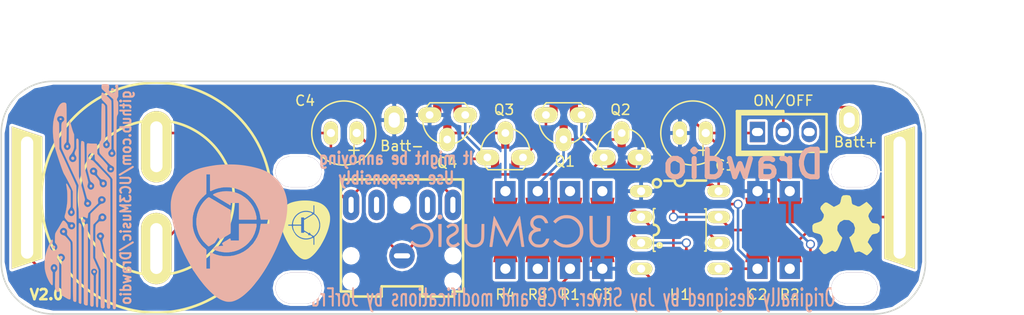
<source format=kicad_pcb>
(kicad_pcb (version 4) (host pcbnew 4.0.2+dfsg1-stable)
  (layers (0 F.Cu signal) (31 B.Cu signal) (34 B.Paste user) (35 F.Paste user) (36 B.SilkS user hide) (37 F.SilkS user) (38 B.Mask user) (39 F.Mask user) (44 Edge.Cuts user))
  (net 0 "")
  (net 1 GND)
  (net 2 VCC)
  (net 3 "Net-(C4-Pad2)")
  (net 4 "Net-(C4-Pad1)")
  (net 5 "Net-(P1-Pad1)")
  (net 6 "Net-(Q1-Pad2)")
  (net 7 /pin7)
  (net 8 /pin3)
  (net 9 "Net-(Q3-Pad2)")
  (net 10 "Net-(BT1-Pad1)")
  (net 11 "Net-(J1-Pad1)")
  (net 12 "Net-(C2-Pad1)")
  (net 13 /pin6)
  (module uc3music_logos:logo_text_76x13mm (layer B.Cu) (at 100.7745 90.4875 180)
    (fp_text reference G*** hide)
    (fp_text value LOGO hide)
  )
  (module drawdio:ZipTieHole (layer F.Cu) (at 79.756 84.455)
    (fp_text reference REF** hide)
    (fp_text value ZipTieHole)
    (pad 1 thru_hole oval (at 0 0) (size 4.5 3) (drill oval 4.5 3) (layers *.Cu *.Mask))
  )
  (module drawdio:ZipTieHole (layer F.Cu) (at 79.756 95.885)
    (fp_text reference REF** hide)
    (fp_text value ZipTieHole)
    (pad 1 thru_hole oval (at 0 0) (size 4.5 3) (drill oval 4.5 3) (layers *.Cu *.Mask))
  )
  (module drawdio:ZipTieHole (layer F.Cu) (at 134.366 84.455)
    (fp_text reference REF** hide)
    (fp_text value ZipTieHole)
    (pad 1 thru_hole oval (at 0 0) (size 4.5 3) (drill oval 4.5 3) (layers *.Cu *.Mask))
  )
  (module drawdio:RS_mini_speaker_724-3100 (layer F.Cu) (at 65.786 86.995 90)
    (fp_text reference P4 hide)
    (fp_text value SPK)
    (pad 1 thru_hole oval (at 5 0 90) (size 7 3) (drill oval 5 1.2) (layers *.Cu *.Mask F.SilkS) (net 3 "Net-(C4-Pad2)"))
    (pad 2 thru_hole oval (at -5 0 90) (size 7 3) (drill oval 5 1.2) (layers *.Cu *.Mask F.SilkS) (net 11 "Net-(J1-Pad1)"))
  )
  (module drawdio:jack_barato (layer F.Cu) (at 89.916 92.71 90)
    (fp_text reference J1 hide)
    (fp_text value Jack)
    (pad "" np_thru_hole oval (at 5 0 90) (size 1.2 1.2) (drill 1.2) (layers *.Cu *.Mask))
    (pad "" np_thru_hole oval (at -2.5 -5 90) (size 1.2 1.2) (drill 1.2) (layers *.Cu *.Mask))
    (pad "" np_thru_hole oval (at -2.5 5 90) (size 1.2 1.2) (drill 1.2) (layers *.Cu *.Mask))
    (pad "" np_thru_hole oval (at 0 5 90) (size 1.2 1.2) (drill 1.2) (layers *.Cu *.Mask))
    (pad 1 thru_hole oval (at 0 0 90) (size 2.5 2.5) (drill oval 0.5 1.6) (layers *.Cu *.Mask) (net 11 "Net-(J1-Pad1)"))
    (pad "" np_thru_hole oval (at 0 -5 90) (size 1.2 1.2) (drill 1.2) (layers *.Cu *.Mask))
    (pad 6 thru_hole oval (at 5 -2.5 90) (size 3 1.6) (drill oval 1.6 0.5) (layers *.Cu *.Mask))
    (pad 3 thru_hole oval (at 5 -5 90) (size 3 1.6) (drill oval 1.6 0.5) (layers *.Cu *.Mask) (net 3 "Net-(C4-Pad2)"))
    (pad 2 thru_hole oval (at 5 5 90) (size 3 1.6) (drill oval 1.6 0.5) (layers *.Cu *.Mask) (net 3 "Net-(C4-Pad2)"))
    (pad 5 thru_hole oval (at 5 2.5 90) (size 3 1.6) (drill oval 1.6 0.5) (layers *.Cu *.Mask))
  )
  (module drawdio:Drawdio_conn (layer F.Cu) (at 138.811 86.995 90)
    (fp_text reference P2 hide)
    (fp_text value CON2)
    (pad 1 thru_hole trapezoid (at 0 0 90) (size 13 3) (rect_delta 0 1) (drill oval 12 1.2) (layers *.Cu *.Mask F.SilkS) (net 7 /pin7))
  )
  (module Capacitors_Elko_ThroughHole:Elko_vert_11.2x6.3mm_RM2.5 (layer F.Cu) (at 119.761 80.645 180)
    (fp_text reference C1 (at -1.905 -3.175 180) (layer F.SilkS))
    (fp_text value 470uF)
    (fp_line (start 0.26924 -1.69926) (end 0.76962 -1.69926) (layer F.Cu) (width 0.15))
    (fp_line (start 0.26924 -1.69926) (end 0.26924 -2.19964) (layer F.Cu) (width 0.15))
    (fp_line (start -0.23114 -1.69926) (end 0.26924 -1.69926) (layer F.Cu) (width 0.15))
    (fp_line (start 0.26924 -1.69926) (end 0.26924 -1.30048) (layer F.Cu) (width 0.15))
    (fp_line (start 0.26924 -1.30048) (end 0.26924 -1.19888) (layer F.Cu) (width 0.15))
    (pad 2 thru_hole oval (at 2.54 0 180) (size 1.397 2.3) (drill 0.8128) (layers *.Cu *.Mask F.SilkS) (net 1 GND))
    (pad 1 thru_hole oval (at 0 0 180) (size 1.397 2.3) (drill 0.8128) (layers *.Cu *.Mask F.SilkS) (net 2 VCC))
  )
  (module Capacitors_Elko_ThroughHole:Elko_vert_11.2x6.3mm_RM2.5 (layer F.Cu) (at 85.471 80.645 180)
    (fp_text reference C4 (at 5.08 3.175 180) (layer F.SilkS))
    (fp_text value 470uF)
    (fp_line (start 0.26924 -1.69926) (end 0.76962 -1.69926) (layer F.Cu) (width 0.15))
    (fp_line (start 0.26924 -1.69926) (end 0.26924 -2.19964) (layer F.Cu) (width 0.15))
    (fp_line (start -0.23114 -1.69926) (end 0.26924 -1.69926) (layer F.Cu) (width 0.15))
    (fp_line (start 0.26924 -1.69926) (end 0.26924 -1.30048) (layer F.Cu) (width 0.15))
    (fp_line (start 0.26924 -1.30048) (end 0.26924 -1.19888) (layer F.Cu) (width 0.15))
    (pad 2 thru_hole oval (at 2.54 0 180) (size 1.397 2.3) (drill 0.8128) (layers *.Cu *.Mask F.SilkS) (net 3 "Net-(C4-Pad2)"))
    (pad 1 thru_hole oval (at 0 0 180) (size 1.397 2.3) (drill 0.8128) (layers *.Cu *.Mask F.SilkS) (net 4 "Net-(C4-Pad1)"))
  )
  (module drawdio:Drawdio_conn (layer F.Cu) (at 53.086 86.995 270)
    (fp_text reference P1 hide)
    (fp_text value CON1)
    (pad 1 thru_hole trapezoid (at 0 0 270) (size 13 3) (rect_delta 0 1) (drill oval 12 1.2) (layers *.Cu *.Mask F.SilkS) (net 5 "Net-(P1-Pad1)"))
  )
  (module drawdio:Resistor_SMD+THT (layer F.Cu) (at 124.841 90.17 90)
    (fp_text reference C2 (at -6.35 0 180) (layer F.SilkS))
    (fp_text value 0.1uF)
    (pad 1 smd trapezoid (at -1.913 0 90) (size 2.5 1.99898) (rect_delta 0.39878 0) (layers F.Cu F.Paste F.Mask) (net 12 "Net-(C2-Pad1)"))
    (pad 2 smd trapezoid (at 1.913 0 270) (size 2.5 1.99898) (rect_delta 0.39878 0) (layers F.Cu F.Paste F.Mask) (net 1 GND))
    (pad 1 thru_hole rect (at -3.81 0 270) (size 1.99898 1.99898) (drill 1.00076) (layers *.Cu *.Mask) (net 12 "Net-(C2-Pad1)"))
    (pad 2 thru_hole rect (at 3.81 0 270) (size 1.99898 1.99898) (drill 1.00076) (layers *.Cu *.Mask) (net 1 GND))
  )
  (module drawdio:Resistor_SMD+THT (layer F.Cu) (at 109.601 90.17 270)
    (fp_text reference C3 (at 6.35 0 360) (layer F.SilkS))
    (fp_text value 680pF)
    (pad 1 smd trapezoid (at -1.913 0 270) (size 2.5 1.99898) (rect_delta 0.39878 0) (layers F.Cu F.Paste F.Mask) (net 13 /pin6))
    (pad 2 smd trapezoid (at 1.913 0 90) (size 2.5 1.99898) (rect_delta 0.39878 0) (layers F.Cu F.Paste F.Mask) (net 1 GND))
    (pad 1 thru_hole rect (at -3.81 0 90) (size 1.99898 1.99898) (drill 1.00076) (layers *.Cu *.Mask) (net 13 /pin6))
    (pad 2 thru_hole rect (at 3.81 0 90) (size 1.99898 1.99898) (drill 1.00076) (layers *.Cu *.Mask) (net 1 GND))
  )
  (module drawdio:Resistor_SMD+THT (layer F.Cu) (at 106.426 90.17 90)
    (fp_text reference R1 (at -6.35 0 180) (layer F.SilkS))
    (fp_text value 330K)
    (pad 1 smd trapezoid (at -1.913 0 90) (size 2.5 1.99898) (rect_delta 0.39878 0) (layers F.Cu F.Paste F.Mask) (net 5 "Net-(P1-Pad1)"))
    (pad 2 smd trapezoid (at 1.913 0 270) (size 2.5 1.99898) (rect_delta 0.39878 0) (layers F.Cu F.Paste F.Mask) (net 13 /pin6))
    (pad 1 thru_hole rect (at -3.81 0 270) (size 1.99898 1.99898) (drill 1.00076) (layers *.Cu *.Mask) (net 5 "Net-(P1-Pad1)"))
    (pad 2 thru_hole rect (at 3.81 0 270) (size 1.99898 1.99898) (drill 1.00076) (layers *.Cu *.Mask) (net 13 /pin6))
  )
  (module drawdio:Resistor_SMD+THT (layer F.Cu) (at 128.016 90.17 270)
    (fp_text reference R2 (at 6.35 0 360) (layer F.SilkS))
    (fp_text value 10K)
    (pad 1 smd trapezoid (at -1.913 0 270) (size 2.5 1.99898) (rect_delta 0.39878 0) (layers F.Cu F.Paste F.Mask) (net 2 VCC))
    (pad 2 smd trapezoid (at 1.913 0 90) (size 2.5 1.99898) (rect_delta 0.39878 0) (layers F.Cu F.Paste F.Mask) (net 7 /pin7))
    (pad 1 thru_hole rect (at -3.81 0 90) (size 1.99898 1.99898) (drill 1.00076) (layers *.Cu *.Mask) (net 2 VCC))
    (pad 2 thru_hole rect (at 3.81 0 90) (size 1.99898 1.99898) (drill 1.00076) (layers *.Cu *.Mask) (net 7 /pin7))
  )
  (module drawdio:Resistor_SMD+THT (layer F.Cu) (at 103.251 90.17 270)
    (fp_text reference R3 (at 6.35 0 360) (layer F.SilkS))
    (fp_text value 1K)
    (pad 1 smd trapezoid (at -1.913 0 270) (size 2.5 1.99898) (rect_delta 0.39878 0) (layers F.Cu F.Paste F.Mask) (net 6 "Net-(Q1-Pad2)"))
    (pad 2 smd trapezoid (at 1.913 0 90) (size 2.5 1.99898) (rect_delta 0.39878 0) (layers F.Cu F.Paste F.Mask) (net 8 /pin3))
    (pad 1 thru_hole rect (at -3.81 0 90) (size 1.99898 1.99898) (drill 1.00076) (layers *.Cu *.Mask) (net 6 "Net-(Q1-Pad2)"))
    (pad 2 thru_hole rect (at 3.81 0 90) (size 1.99898 1.99898) (drill 1.00076) (layers *.Cu *.Mask) (net 8 /pin3))
  )
  (module drawdio:Resistor_SMD+THT (layer F.Cu) (at 100.076 90.17 270)
    (fp_text reference R4 (at 6.35 0 360) (layer F.SilkS))
    (fp_text value 1K)
    (pad 1 smd trapezoid (at -1.913 0 270) (size 2.5 1.99898) (rect_delta 0.39878 0) (layers F.Cu F.Paste F.Mask) (net 9 "Net-(Q3-Pad2)"))
    (pad 2 smd trapezoid (at 1.913 0 90) (size 2.5 1.99898) (rect_delta 0.39878 0) (layers F.Cu F.Paste F.Mask) (net 11 "Net-(J1-Pad1)"))
    (pad 1 thru_hole rect (at -3.81 0 90) (size 1.99898 1.99898) (drill 1.00076) (layers *.Cu *.Mask) (net 9 "Net-(Q3-Pad2)"))
    (pad 2 thru_hole rect (at 3.81 0 90) (size 1.99898 1.99898) (drill 1.00076) (layers *.Cu *.Mask) (net 11 "Net-(J1-Pad1)"))
  )
  (module drawdio:AAA_cell_holder (layer F.Cu) (at 111.506 79.375)
    (fp_text reference BT1 hide)
    (fp_text value BATTERY)
    (fp_text user Batt+ (at 22.987 2.159) (layer F.SilkS))
    (fp_text user Batt- (at -21.59 2.54) (layer F.SilkS))
    (pad 1 thru_hole oval (at 22.35 0 90) (size 2.8 2) (drill oval 1.5 1.1) (layers *.Cu *.Mask F.SilkS) (net 10 "Net-(BT1-Pad1)"))
    (pad 2 thru_hole oval (at -22.35 0 90) (size 2.8 2) (drill oval 1.5 1.1) (layers *.Cu *.Mask F.SilkS) (net 1 GND))
  )
  (module "drawdio:PWR_SW_Drawdio_SS-12D00(1P2T)" (layer F.Cu) (at 127.381 80.645)
    (fp_text reference ON/OFF (at 0 -3.175) (layer F.SilkS))
    (fp_text value PWR_SW)
    (pad 1 thru_hole rect (at -2.54 -0.1) (size 1.5 2) (drill oval 1.1 0.8) (layers *.Cu *.Mask) (net 2 VCC))
    (pad 2 thru_hole oval (at 0 -0.1) (size 1.5 2) (drill oval 1.1 0.8) (layers *.Cu *.Mask) (net 10 "Net-(BT1-Pad1)"))
    (pad 3 thru_hole oval (at 2.54 -0.1) (size 1.5 2) (drill oval 1.1 0.8) (layers *.Cu *.Mask))
  )
  (module KiCad_Files:DIP8+SOIC8_2 (layer F.Cu) (at 117.221 90.17 90)
    (fp_text reference U1 (at -6.35 0 180) (layer F.SilkS))
    (fp_text value NE555)
    (pad 2 thru_hole oval (at 1.27 -3.81 90) (size 1.2 2.2) (drill 0.8) (layers *.Cu *.Mask F.SilkS) (net 13 /pin6))
    (pad 1 smd rect (at -2.7 -1.905 90) (size 1.55 0.6) (layers F.Cu F.Paste F.Mask) (net 1 GND))
    (pad 2 smd rect (at -2.7 -0.635 90) (size 1.55 0.6) (layers F.Cu F.Paste F.Mask) (net 13 /pin6))
    (pad 3 smd rect (at -2.7 0.635 90) (size 1.55 0.6) (layers F.Cu F.Paste F.Mask) (net 8 /pin3))
    (pad 4 smd rect (at -2.7 1.905 90) (size 1.55 0.6) (layers F.Cu F.Paste F.Mask) (net 2 VCC))
    (pad 5 smd rect (at 2.7 1.905 90) (size 1.55 0.6) (layers F.Cu F.Paste F.Mask) (net 12 "Net-(C2-Pad1)"))
    (pad 6 smd rect (at 2.7 0.635 90) (size 1.55 0.6) (layers F.Cu F.Paste F.Mask) (net 13 /pin6))
    (pad 7 smd rect (at 2.7 -0.635 90) (size 1.55 0.6) (layers F.Cu F.Paste F.Mask) (net 7 /pin7))
    (pad 8 smd rect (at 2.7 -1.905 90) (size 1.55 0.6) (layers F.Cu F.Paste F.Mask) (net 2 VCC))
    (pad 1 thru_hole oval (at 3.81 -3.81 90) (size 1.2 2.2) (drill 0.8) (layers *.Cu *.Mask F.SilkS) (net 1 GND))
    (pad 3 thru_hole oval (at -1.27 -3.81 90) (size 1.2 2.2) (drill 0.8) (layers *.Cu *.Mask F.SilkS) (net 8 /pin3))
    (pad 4 thru_hole oval (at -3.81 -3.81 90) (size 1.2 2.2) (drill 0.8) (layers *.Cu *.Mask F.SilkS) (net 2 VCC))
    (pad 5 thru_hole oval (at -3.81 3.81 90) (size 1.2 2.2) (drill 0.8) (layers *.Cu *.Mask F.SilkS) (net 12 "Net-(C2-Pad1)"))
    (pad 6 thru_hole oval (at -1.27 3.81 90) (size 1.2 2.2) (drill 0.8) (layers *.Cu *.Mask F.SilkS) (net 13 /pin6))
    (pad 7 thru_hole oval (at 1.27 3.81 90) (size 1.2 2.2) (drill 0.8) (layers *.Cu *.Mask F.SilkS) (net 7 /pin7))
    (pad 8 thru_hole oval (at 3.81 3.81 90) (size 1.2 2.2) (drill 0.8) (layers *.Cu *.Mask F.SilkS) (net 2 VCC))
  )
  (module Fiducials:Fiducial_1mm_Dia_2.54mm_Outer_CopperTop (layer F.Cu) (at 53.721 78.74)
    (fp_text reference SPK hide)
    (fp_text value LOGO)
  )
  (module drawdio:ZipTieHole (layer F.Cu) (at 134.366 95.885)
    (fp_text reference REF** hide)
    (fp_text value ZipTieHole)
    (pad 1 thru_hole oval (at 0 0) (size 4.5 3) (drill oval 4.5 3) (layers *.Cu *.Mask))
  )
  (module uc3music_logos:logo_pick_15x15mm (layer B.Cu) (at 72.9234 90.4748 180)
    (fp_text reference G*** hide)
    (fp_text value LOGO hide)
  )
  (module uc3music_logos:logo_pick_6x6mm (layer F.Cu) (at 80.391 90.17)
    (fp_text reference G*** hide)
    (fp_text value LOGO hide)
  )
  (module def-footprints:Logo_OSHW_small (layer F.Cu) (at 133.604 89.535)
    (fp_text reference G*** hide)
    (fp_text value OSHW-logo hide)
  )
  (module uc3music_logos:logo_guitar_22.5x7.7mm (layer B.Cu) (at 58.166 86.995 270)
    (fp_text reference G*** hide)
    (fp_text value LOGO hide)
  )
  (module drawdio:TO-92_SOT23_JorFru_compact (layer F.Cu) (at 95.631 79.375 180)
    (fp_text reference Q4 (at 1.27 -4.191 180) (layer F.SilkS))
    (fp_text value BC547)
    (pad 2 smd rect (at 1.26 -0.91 180) (size 0.8 1.1) (layers F.Cu F.Paste F.Mask) (net 9 "Net-(Q3-Pad2)"))
    (pad 1 smd rect (at 0.25 1.07 180) (size 0.8 1.1) (layers F.Cu F.Paste F.Mask) (net 4 "Net-(C4-Pad1)"))
    (pad 2 thru_hole oval (at 1.27 -1.905 270) (size 2.3 1.524) (drill 0.762) (layers *.Cu *.Mask F.SilkS) (net 9 "Net-(Q3-Pad2)"))
    (pad 1 thru_hole oval (at -0.5 0.5 180) (size 2.3 1.524) (drill 0.762) (layers *.Cu *.Mask F.SilkS) (net 4 "Net-(C4-Pad1)"))
    (pad 3 thru_hole oval (at 3 0.5 180) (size 2.3 1.524) (drill 0.762) (layers *.Cu *.Mask F.SilkS) (net 1 GND))
    (pad 3 smd rect (at 2.25 1.07 180) (size 0.8 1.1) (layers F.Cu F.Paste F.Mask) (net 1 GND))
  )
  (module drawdio:TO-92_SOT23_JorFru_compact (layer F.Cu) (at 98.806 82.55)
    (fp_text reference Q3 (at 1.143 -4.191) (layer F.SilkS))
    (fp_text value BC558)
    (pad 2 smd rect (at 1.26 -0.91) (size 0.8 1.1) (layers F.Cu F.Paste F.Mask) (net 9 "Net-(Q3-Pad2)"))
    (pad 1 smd rect (at 0.25 1.07) (size 0.8 1.1) (layers F.Cu F.Paste F.Mask) (net 4 "Net-(C4-Pad1)"))
    (pad 2 thru_hole oval (at 1.27 -1.905 90) (size 2.3 1.524) (drill 0.762) (layers *.Cu *.Mask F.SilkS) (net 9 "Net-(Q3-Pad2)"))
    (pad 1 thru_hole oval (at -0.5 0.5) (size 2.3 1.524) (drill 0.762) (layers *.Cu *.Mask F.SilkS) (net 4 "Net-(C4-Pad1)"))
    (pad 3 thru_hole oval (at 3 0.5) (size 2.3 1.524) (drill 0.762) (layers *.Cu *.Mask F.SilkS) (net 2 VCC))
    (pad 3 smd rect (at 2.25 1.07) (size 0.8 1.1) (layers F.Cu F.Paste F.Mask) (net 2 VCC))
  )
  (module drawdio:TO-92_SOT23_JorFru_compact (layer F.Cu) (at 110.236 82.55)
    (fp_text reference Q2 (at 1.143 -4.191) (layer F.SilkS))
    (fp_text value BC547)
    (pad 2 smd rect (at 1.26 -0.91) (size 0.8 1.1) (layers F.Cu F.Paste F.Mask) (net 6 "Net-(Q1-Pad2)"))
    (pad 1 smd rect (at 0.25 1.07) (size 0.8 1.1) (layers F.Cu F.Paste F.Mask) (net 11 "Net-(J1-Pad1)"))
    (pad 2 thru_hole oval (at 1.27 -1.905 90) (size 2.3 1.524) (drill 0.762) (layers *.Cu *.Mask F.SilkS) (net 6 "Net-(Q1-Pad2)"))
    (pad 1 thru_hole oval (at -0.5 0.5) (size 2.3 1.524) (drill 0.762) (layers *.Cu *.Mask F.SilkS) (net 11 "Net-(J1-Pad1)"))
    (pad 3 thru_hole oval (at 3 0.5) (size 2.3 1.524) (drill 0.762) (layers *.Cu *.Mask F.SilkS) (net 1 GND))
    (pad 3 smd rect (at 2.25 1.07) (size 0.8 1.1) (layers F.Cu F.Paste F.Mask) (net 1 GND))
  )
  (module drawdio:TO-92_SOT23_JorFru_compact (layer F.Cu) (at 107.061 79.375 180)
    (fp_text reference Q1 (at 1.143 -4.064 180) (layer F.SilkS))
    (fp_text value BC558)
    (pad 2 smd rect (at 1.26 -0.91 180) (size 0.8 1.1) (layers F.Cu F.Paste F.Mask) (net 6 "Net-(Q1-Pad2)"))
    (pad 1 smd rect (at 0.25 1.07 180) (size 0.8 1.1) (layers F.Cu F.Paste F.Mask) (net 11 "Net-(J1-Pad1)"))
    (pad 2 thru_hole oval (at 1.27 -1.905 270) (size 2.3 1.524) (drill 0.762) (layers *.Cu *.Mask F.SilkS) (net 6 "Net-(Q1-Pad2)"))
    (pad 1 thru_hole oval (at -0.5 0.5 180) (size 2.3 1.524) (drill 0.762) (layers *.Cu *.Mask F.SilkS) (net 11 "Net-(J1-Pad1)"))
    (pad 3 thru_hole oval (at 3 0.5 180) (size 2.3 1.524) (drill 0.762) (layers *.Cu *.Mask F.SilkS) (net 2 VCC))
    (pad 3 smd rect (at 2.25 1.07 180) (size 0.8 1.1) (layers F.Cu F.Paste F.Mask) (net 2 VCC))
  )
  (gr_text V2.0 (at 54.991 96.52) (layer F.SilkS) (effects (font (size 1 1) (thickness 0.25))))
  (gr_text Drawdio (at 123.444 83.7184) (layer B.SilkS) (effects (font (size 2.7 2.7) (thickness 0.5)) (justify mirror)))
  (gr_text "It might be annoying\nUse responsibly" (at 89.3572 84.0994) (layer B.SilkS) (effects (font (size 1.2 0.95) (thickness 0.225)) (justify mirror)))
  (gr_text "\ngithub.com/UC3Music/Drawdio" (at 61.976 86.995 90) (layer B.SilkS) (effects (font (size 1 0.9) (thickness 0.2)) (justify mirror)))
  (gr_line (start 141.351 80.645) (end 141.351 93.345) (angle 90) (layer Edge.Cuts) (width 0.15))
  (gr_line (start 50.546 80.645) (end 50.546 93.345) (angle 90) (layer Edge.Cuts) (width 0.15))
  (gr_text "Originally designed by Jay Silver. PCB and modifications by JorFru\n" (at 106.7308 96.8248) (layer B.SilkS) (effects (font (size 1.7 1) (thickness 0.2)) (justify mirror)))
  (gr_line (start 55.626 75.565) (end 136.271 75.565) (angle 90) (layer Edge.Cuts) (width 0.15))
  (gr_line (start 136.271 98.425) (end 55.626 98.425) (angle 90) (layer Edge.Cuts) (width 0.15))
  (gr_arc (start 55.626 80.645) (end 50.546 80.645) (angle 90) (layer Edge.Cuts) (width 0.15))
  (gr_arc (start 55.626 93.345) (end 55.626 98.425) (angle 90) (layer Edge.Cuts) (width 0.15))
  (gr_arc (start 136.271 80.645) (end 136.271 75.565) (angle 90) (layer Edge.Cuts) (width 0.15))
  (gr_arc (start 136.271 93.345) (end 141.351 93.345) (angle 90) (layer Edge.Cuts) (width 0.15))
  (segment (start 109.601 93.98) (end 109.601 92.083) (width 0.254) (layer F.Cu) (net 1))
  (segment (start 124.841 86.36) (end 124.841 88.257) (width 0.254) (layer F.Cu) (net 1))
  (segment (start 115.316 92.87) (end 115.156 92.71) (width 0.254) (layer F.Cu) (net 1))
  (segment (start 115.156 92.71) (end 110.228 92.71) (width 0.254) (layer F.Cu) (net 1))
  (segment (start 110.228 92.71) (end 109.601 92.083) (width 0.254) (layer F.Cu) (net 1))
  (segment (start 128.016 86.36) (end 128.016 88.257) (width 0.254) (layer F.Cu) (net 2))
  (segment (start 113.411 93.98) (end 115.316 95.885) (width 0.254) (layer F.Cu) (net 2))
  (segment (start 115.316 95.885) (end 119.126 95.885) (width 0.254) (layer F.Cu) (net 2))
  (segment (start 119.126 95.885) (end 119.761 95.885) (width 0.254) (layer F.Cu) (net 2))
  (segment (start 128.016 89.535) (end 128.016 86.36) (width 0.254) (layer B.Cu) (net 2))
  (segment (start 130.048 91.567) (end 128.016 89.535) (width 0.254) (layer B.Cu) (net 2))
  (via (at 130.048 91.567) (size 0.889) (drill 0.635) (layers F.Cu B.Cu) (net 2))
  (segment (start 130.048 95.123) (end 130.048 91.567) (width 0.254) (layer F.Cu) (net 2))
  (segment (start 129.286 95.885) (end 130.048 95.123) (width 0.254) (layer F.Cu) (net 2))
  (segment (start 120.396 95.885) (end 129.286 95.885) (width 0.254) (layer F.Cu) (net 2))
  (segment (start 119.761 95.885) (end 120.396 95.885) (width 0.254) (layer F.Cu) (net 2))
  (segment (start 119.126 93.98) (end 119.126 95.885) (width 0.254) (layer F.Cu) (net 2))
  (segment (start 119.126 93.98) (end 119.126 92.87) (width 0.254) (layer F.Cu) (net 2))
  (segment (start 115.316 87.47) (end 115.316 86.36) (width 0.254) (layer F.Cu) (net 2))
  (segment (start 115.951 85.725) (end 120.396 85.725) (width 0.254) (layer F.Cu) (net 2))
  (segment (start 115.316 86.36) (end 115.951 85.725) (width 0.254) (layer F.Cu) (net 2))
  (segment (start 120.396 85.725) (end 121.031 86.36) (width 0.254) (layer F.Cu) (net 2))
  (segment (start 121.031 81.915) (end 123.571 81.915) (width 0.254) (layer F.Cu) (net 2))
  (segment (start 123.571 81.915) (end 128.016 86.36) (width 0.254) (layer F.Cu) (net 2))
  (segment (start 119.761 80.645) (end 121.031 81.915) (width 0.254) (layer F.Cu) (net 2))
  (segment (start 121.031 81.915) (end 121.031 86.36) (width 0.254) (layer F.Cu) (net 2))
  (segment (start 101.806 83.05) (end 104.061 80.795) (width 0.254) (layer F.Cu) (net 2))
  (segment (start 104.061 80.795) (end 104.061 79.2) (width 0.254) (layer F.Cu) (net 2))
  (segment (start 104.061 79.2) (end 106.045 77.216) (width 0.254) (layer F.Cu) (net 2))
  (segment (start 106.045 77.216) (end 116.332 77.216) (width 0.254) (layer F.Cu) (net 2))
  (segment (start 116.332 77.216) (end 119.761 80.645) (width 0.254) (layer F.Cu) (net 2))
  (segment (start 119.761 80.645) (end 124.741 80.645) (width 0.254) (layer F.Cu) (net 2))
  (segment (start 124.741 80.645) (end 124.841 80.545) (width 0.254) (layer F.Cu) (net 2))
  (segment (start 82.931 80.645) (end 67.136 80.645) (width 0.254) (layer F.Cu) (net 3))
  (segment (start 67.136 80.645) (end 65.786 81.995) (width 0.254) (layer F.Cu) (net 3))
  (segment (start 84.916 87.71) (end 84.916 86.915) (width 0.254) (layer F.Cu) (net 3))
  (segment (start 84.916 86.915) (end 86.106 85.725) (width 0.254) (layer F.Cu) (net 3))
  (segment (start 93.726 85.725) (end 94.916 86.915) (width 0.254) (layer F.Cu) (net 3))
  (segment (start 86.106 85.725) (end 93.726 85.725) (width 0.254) (layer F.Cu) (net 3))
  (segment (start 94.916 86.915) (end 94.916 87.71) (width 0.254) (layer F.Cu) (net 3))
  (segment (start 82.931 85.725) (end 84.916 87.71) (width 0.254) (layer F.Cu) (net 3))
  (segment (start 82.931 80.645) (end 82.931 85.725) (width 0.254) (layer F.Cu) (net 3))
  (segment (start 98.306 83.05) (end 98.171 83.185) (width 0.254) (layer F.Cu) (net 4))
  (segment (start 98.171 83.185) (end 88.011 83.185) (width 0.254) (layer F.Cu) (net 4))
  (segment (start 88.011 83.185) (end 85.471 80.645) (width 0.254) (layer F.Cu) (net 4))
  (segment (start 98.306 83.05) (end 96.131 80.875) (width 0.254) (layer B.Cu) (net 4))
  (segment (start 96.131 80.875) (end 96.131 78.875) (width 0.254) (layer B.Cu) (net 4))
  (segment (start 97.536 95.885) (end 95.631 93.98) (width 0.254) (layer F.Cu) (net 5))
  (segment (start 105.156 95.885) (end 97.536 95.885) (width 0.254) (layer F.Cu) (net 5))
  (segment (start 106.426 94.615) (end 105.156 95.885) (width 0.254) (layer F.Cu) (net 5))
  (segment (start 56.896 96.52) (end 53.086 92.71) (width 0.254) (layer F.Cu) (net 5))
  (segment (start 63.246 96.52) (end 56.896 96.52) (width 0.254) (layer F.Cu) (net 5))
  (segment (start 68.326 96.52) (end 63.246 96.52) (width 0.254) (layer F.Cu) (net 5))
  (segment (start 73.406 91.44) (end 68.326 96.52) (width 0.254) (layer F.Cu) (net 5))
  (segment (start 85.471 91.44) (end 73.406 91.44) (width 0.254) (layer F.Cu) (net 5))
  (segment (start 88.646 94.615) (end 85.471 91.44) (width 0.254) (layer F.Cu) (net 5))
  (segment (start 91.186 94.615) (end 88.646 94.615) (width 0.254) (layer F.Cu) (net 5))
  (segment (start 91.821 93.98) (end 91.186 94.615) (width 0.254) (layer F.Cu) (net 5))
  (segment (start 95.631 93.98) (end 91.821 93.98) (width 0.254) (layer F.Cu) (net 5))
  (segment (start 53.086 92.71) (end 53.086 86.995) (width 0.254) (layer F.Cu) (net 5))
  (segment (start 106.426 93.98) (end 106.426 94.615) (width 0.254) (layer F.Cu) (net 5))
  (segment (start 106.426 93.98) (end 106.426 92.083) (width 0.254) (layer F.Cu) (net 5))
  (segment (start 105.791 83.185) (end 105.791 81.28) (width 0.254) (layer B.Cu) (net 6))
  (segment (start 110.871 81.28) (end 105.791 81.28) (width 0.254) (layer F.Cu) (net 6))
  (segment (start 103.251 86.36) (end 103.251 85.725) (width 0.254) (layer B.Cu) (net 6))
  (segment (start 103.251 85.725) (end 105.791 83.185) (width 0.254) (layer B.Cu) (net 6))
  (segment (start 103.251 86.36) (end 103.251 88.257) (width 0.254) (layer F.Cu) (net 6))
  (segment (start 121.031 88.9) (end 116.586 88.9) (width 0.254) (layer B.Cu) (net 7))
  (segment (start 116.586 88.9) (end 116.586 87.47) (width 0.254) (layer F.Cu) (net 7))
  (via (at 116.586 88.9) (size 0.889) (drill 0.635) (layers F.Cu B.Cu) (net 7))
  (segment (start 128.016 92.083) (end 128.016 92.075) (width 0.254) (layer F.Cu) (net 7))
  (segment (start 128.016 92.075) (end 131.191 88.9) (width 0.254) (layer F.Cu) (net 7))
  (segment (start 131.191 88.9) (end 138.811 88.9) (width 0.254) (layer F.Cu) (net 7))
  (segment (start 128.016 92.083) (end 126.111 90.178) (width 0.254) (layer F.Cu) (net 7))
  (segment (start 122.309 90.178) (end 121.031 88.9) (width 0.254) (layer F.Cu) (net 7))
  (segment (start 123.579 90.178) (end 122.309 90.178) (width 0.254) (layer F.Cu) (net 7))
  (segment (start 126.111 90.178) (end 123.579 90.178) (width 0.254) (layer F.Cu) (net 7))
  (segment (start 128.016 93.98) (end 128.016 92.083) (width 0.254) (layer F.Cu) (net 7))
  (segment (start 103.251 93.98) (end 103.251 92.083) (width 0.254) (layer F.Cu) (net 8))
  (segment (start 105.164 90.17) (end 103.251 92.083) (width 0.254) (layer F.Cu) (net 8))
  (segment (start 113.411 91.44) (end 117.856 91.44) (width 0.254) (layer B.Cu) (net 8))
  (segment (start 117.856 92.075) (end 117.856 92.87) (width 0.254) (layer F.Cu) (net 8))
  (segment (start 117.856 91.44) (end 117.856 92.075) (width 0.254) (layer F.Cu) (net 8))
  (via (at 117.856 91.44) (size 0.889) (drill 0.635) (layers F.Cu B.Cu) (net 8))
  (segment (start 113.411 91.44) (end 112.141 90.17) (width 0.254) (layer F.Cu) (net 8))
  (segment (start 112.141 90.17) (end 105.164 90.17) (width 0.254) (layer F.Cu) (net 8))
  (segment (start 100.076 80.645) (end 100.076 86.36) (width 0.254) (layer B.Cu) (net 9))
  (segment (start 100.076 86.36) (end 100.076 88.257) (width 0.254) (layer F.Cu) (net 9))
  (segment (start 100.076 80.645) (end 94.996 80.645) (width 0.254) (layer F.Cu) (net 9))
  (segment (start 94.996 80.645) (end 94.361 81.28) (width 0.254) (layer F.Cu) (net 9))
  (segment (start 100.076 81.28) (end 99.441 80.645) (width 0.254) (layer F.Cu) (net 9))
  (segment (start 127.381 80.545) (end 127.381 78.74) (width 0.254) (layer F.Cu) (net 10))
  (segment (start 133.731 78.105) (end 133.856 79.375) (width 0.254) (layer F.Cu) (net 10))
  (segment (start 128.016 78.105) (end 133.731 78.105) (width 0.254) (layer F.Cu) (net 10))
  (segment (start 127.381 78.74) (end 128.016 78.105) (width 0.254) (layer F.Cu) (net 10))
  (segment (start 127.381 80.545) (end 127.481 80.545) (width 0.254) (layer F.Cu) (net 10))
  (segment (start 91.186 91.44) (end 89.916 92.71) (width 0.254) (layer F.Cu) (net 11))
  (segment (start 89.916 92.71) (end 87.376 90.17) (width 0.254) (layer F.Cu) (net 11))
  (segment (start 87.376 90.17) (end 67.691 90.17) (width 0.254) (layer F.Cu) (net 11))
  (segment (start 67.691 90.17) (end 65.866 91.995) (width 0.254) (layer F.Cu) (net 11))
  (segment (start 65.866 91.995) (end 65.786 91.995) (width 0.254) (layer F.Cu) (net 11))
  (segment (start 90.551 92.075) (end 91.186 91.44) (width 0.254) (layer F.Cu) (net 11))
  (segment (start 91.186 91.44) (end 92.456 90.17) (width 0.254) (layer F.Cu) (net 11))
  (segment (start 92.456 90.17) (end 98.171 90.17) (width 0.254) (layer F.Cu) (net 11))
  (segment (start 100.076 93.98) (end 100.076 92.075) (width 0.254) (layer F.Cu) (net 11))
  (segment (start 100.076 92.075) (end 98.171 90.17) (width 0.254) (layer F.Cu) (net 11))
  (segment (start 108.077 84.709) (end 109.736 83.05) (width 0.254) (layer F.Cu) (net 11))
  (segment (start 98.806 84.709) (end 108.077 84.709) (width 0.254) (layer F.Cu) (net 11))
  (segment (start 98.171 85.344) (end 98.806 84.709) (width 0.254) (layer F.Cu) (net 11))
  (segment (start 98.171 90.17) (end 98.171 85.344) (width 0.254) (layer F.Cu) (net 11))
  (segment (start 100.076 93.98) (end 100.076 92.083) (width 0.254) (layer F.Cu) (net 11))
  (segment (start 109.736 83.05) (end 107.561 80.875) (width 0.254) (layer B.Cu) (net 11))
  (segment (start 107.561 80.875) (end 107.561 78.875) (width 0.254) (layer B.Cu) (net 11))
  (segment (start 119.126 87.47) (end 119.286 87.63) (width 0.254) (layer F.Cu) (net 12))
  (segment (start 119.286 87.63) (end 122.936 87.63) (width 0.254) (layer F.Cu) (net 12))
  (via (at 122.936 87.63) (size 0.889) (drill 0.635) (layers F.Cu B.Cu) (net 12))
  (segment (start 122.936 87.63) (end 122.936 92.075) (width 0.254) (layer B.Cu) (net 12))
  (segment (start 122.936 92.075) (end 124.841 93.98) (width 0.254) (layer B.Cu) (net 12))
  (segment (start 121.031 93.98) (end 124.841 93.98) (width 0.254) (layer F.Cu) (net 12))
  (segment (start 124.841 93.98) (end 124.841 92.083) (width 0.254) (layer F.Cu) (net 12))
  (segment (start 117.856 89.535) (end 118.491 90.17) (width 0.254) (layer F.Cu) (net 13))
  (segment (start 116.586 90.805) (end 115.951 90.17) (width 0.254) (layer F.Cu) (net 13))
  (segment (start 116.586 92.87) (end 116.586 90.805) (width 0.254) (layer F.Cu) (net 13))
  (segment (start 117.856 89.535) (end 117.856 87.47) (width 0.254) (layer F.Cu) (net 13))
  (segment (start 116.586 90.805) (end 117.856 89.535) (width 0.254) (layer F.Cu) (net 13))
  (segment (start 113.411 88.9) (end 114.681 90.17) (width 0.254) (layer F.Cu) (net 13))
  (segment (start 114.681 90.17) (end 115.951 90.17) (width 0.254) (layer F.Cu) (net 13))
  (segment (start 119.761 90.17) (end 121.031 91.44) (width 0.254) (layer F.Cu) (net 13))
  (segment (start 119.126 90.17) (end 119.761 90.17) (width 0.254) (layer F.Cu) (net 13))
  (segment (start 118.491 90.17) (end 119.126 90.17) (width 0.254) (layer F.Cu) (net 13))
  (segment (start 115.951 90.17) (end 118.491 90.17) (width 0.254) (layer F.Cu) (net 13))
  (segment (start 109.601 88.257) (end 112.768 88.257) (width 0.254) (layer F.Cu) (net 13))
  (segment (start 112.768 88.257) (end 113.411 88.9) (width 0.254) (layer F.Cu) (net 13))
  (segment (start 109.601 88.257) (end 106.426 88.257) (width 0.254) (layer F.Cu) (net 13))
  (segment (start 109.601 86.36) (end 109.601 88.257) (width 0.254) (layer F.Cu) (net 13))
  (segment (start 106.426 86.36) (end 106.426 88.257) (width 0.254) (layer F.Cu) (net 13))
  (zone (net 1) (net_name GND) (layer B.Cu) (connect_pads (clearance 0.254)) (min_thickness 0.1524) (fill yes (arc_segments 16) (thermal_gap 0.254) (thermal_bridge_width 0.381))
    (polygon (pts (xy 141.351 98.425) (xy 50.546 98.425) (xy 50.546 75.565) (xy 141.351 75.565)))
  )
)
</source>
